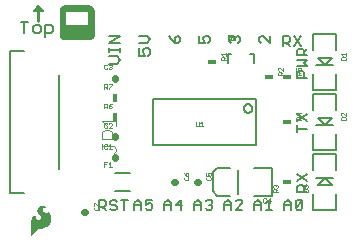
<source format=gbr>
G04 EAGLE Gerber RS-274X export*
G75*
%MOMM*%
%FSLAX34Y34*%
%LPD*%
%INSilkscreen Top*%
%IPPOS*%
%AMOC8*
5,1,8,0,0,1.08239X$1,22.5*%
G01*
%ADD10C,0.177800*%
%ADD11C,0.152400*%
%ADD12C,0.254000*%
%ADD13C,0.203200*%
%ADD14C,0.025400*%
%ADD15R,0.457200X0.762000*%
%ADD16C,0.101600*%
%ADD17C,0.558800*%
%ADD18C,0.127000*%
%ADD19R,0.762000X0.457200*%

G36*
X47092Y171847D02*
X47092Y171847D01*
X47194Y171855D01*
X47222Y171867D01*
X47253Y171872D01*
X47345Y171916D01*
X47441Y171954D01*
X47464Y171974D01*
X47492Y171987D01*
X47567Y172057D01*
X47627Y172106D01*
X47662Y172063D01*
X47688Y172046D01*
X47709Y172024D01*
X47798Y171973D01*
X47883Y171916D01*
X47907Y171910D01*
X47939Y171892D01*
X48199Y171834D01*
X48237Y171837D01*
X48260Y171832D01*
X69850Y171832D01*
X69952Y171847D01*
X70054Y171855D01*
X70082Y171867D01*
X70113Y171872D01*
X70205Y171916D01*
X70301Y171954D01*
X70324Y171974D01*
X70352Y171987D01*
X70427Y172057D01*
X70507Y172122D01*
X70524Y172148D01*
X70546Y172169D01*
X70597Y172258D01*
X70654Y172343D01*
X70660Y172367D01*
X70678Y172399D01*
X70736Y172659D01*
X70733Y172697D01*
X70738Y172720D01*
X70738Y198120D01*
X70723Y198222D01*
X70715Y198324D01*
X70703Y198352D01*
X70698Y198383D01*
X70654Y198475D01*
X70616Y198571D01*
X70596Y198594D01*
X70583Y198622D01*
X70513Y198697D01*
X70448Y198777D01*
X70422Y198794D01*
X70401Y198816D01*
X70312Y198867D01*
X70227Y198924D01*
X70203Y198930D01*
X70171Y198948D01*
X69911Y199006D01*
X69873Y199003D01*
X69850Y199008D01*
X44450Y199008D01*
X44348Y198993D01*
X44246Y198985D01*
X44218Y198973D01*
X44187Y198968D01*
X44095Y198924D01*
X43999Y198886D01*
X43976Y198866D01*
X43948Y198853D01*
X43873Y198783D01*
X43793Y198718D01*
X43776Y198692D01*
X43754Y198671D01*
X43703Y198582D01*
X43646Y198497D01*
X43640Y198473D01*
X43622Y198441D01*
X43564Y198181D01*
X43567Y198143D01*
X43562Y198120D01*
X43562Y172720D01*
X43577Y172618D01*
X43585Y172516D01*
X43597Y172488D01*
X43602Y172457D01*
X43646Y172365D01*
X43684Y172269D01*
X43704Y172246D01*
X43717Y172218D01*
X43787Y172143D01*
X43852Y172063D01*
X43878Y172046D01*
X43899Y172024D01*
X43988Y171973D01*
X44073Y171916D01*
X44097Y171910D01*
X44129Y171892D01*
X44389Y171834D01*
X44427Y171837D01*
X44450Y171832D01*
X46990Y171832D01*
X47092Y171847D01*
G37*
%LPC*%
G36*
X47878Y195962D02*
X47878Y195962D01*
X66422Y195962D01*
X66422Y183768D01*
X48260Y183768D01*
X48158Y183753D01*
X48056Y183745D01*
X48028Y183733D01*
X47997Y183728D01*
X47905Y183684D01*
X47878Y183673D01*
X47878Y195962D01*
G37*
%LPD*%
G36*
X18445Y4770D02*
X18445Y4770D01*
X18445Y4868D01*
X18944Y5366D01*
X18944Y5367D01*
X19244Y5867D01*
X19744Y6366D01*
X19744Y6367D01*
X20244Y6967D01*
X21444Y8166D01*
X21444Y8167D01*
X22044Y8867D01*
X22644Y9566D01*
X23144Y10066D01*
X23643Y10566D01*
X24143Y10866D01*
X24642Y11165D01*
X25240Y11265D01*
X27140Y11265D01*
X27141Y11265D01*
X28341Y11465D01*
X29441Y11765D01*
X29442Y11766D01*
X29442Y11765D01*
X30442Y12165D01*
X30442Y12166D01*
X30443Y12166D01*
X31443Y12766D01*
X32243Y13466D01*
X32244Y13466D01*
X33044Y14266D01*
X33044Y14267D01*
X33744Y15167D01*
X33744Y15168D01*
X34744Y16968D01*
X34745Y16969D01*
X35245Y18869D01*
X35245Y18870D01*
X35345Y20570D01*
X35345Y20571D01*
X35045Y22171D01*
X35045Y22172D01*
X34545Y23672D01*
X34544Y23672D01*
X34544Y23673D01*
X33844Y24773D01*
X33044Y25673D01*
X33043Y25673D01*
X33043Y25674D01*
X32243Y26174D01*
X32241Y26174D01*
X32241Y26175D01*
X32239Y26174D01*
X32236Y26173D01*
X32236Y26171D01*
X32235Y26170D01*
X32235Y25271D01*
X32135Y24972D01*
X32036Y24773D01*
X31737Y24474D01*
X31439Y24375D01*
X31141Y24375D01*
X30342Y24575D01*
X29942Y24774D01*
X29643Y24974D01*
X29243Y25274D01*
X28644Y25873D01*
X28444Y26173D01*
X28245Y26472D01*
X28145Y26871D01*
X28145Y27469D01*
X28245Y27768D01*
X28344Y27968D01*
X28544Y28267D01*
X28943Y28566D01*
X29342Y28765D01*
X29841Y28865D01*
X30241Y28965D01*
X30839Y28965D01*
X31038Y28866D01*
X31039Y28866D01*
X31040Y28865D01*
X31140Y28865D01*
X31141Y28866D01*
X31143Y28866D01*
X31143Y28868D01*
X31145Y28869D01*
X31143Y28871D01*
X31144Y28874D01*
X31044Y28974D01*
X31043Y28974D01*
X30643Y29274D01*
X30642Y29274D01*
X29242Y29974D01*
X29241Y29974D01*
X29241Y29975D01*
X28341Y30175D01*
X28340Y30175D01*
X27340Y30175D01*
X27339Y30175D01*
X26239Y29975D01*
X26238Y29974D01*
X25138Y29374D01*
X25137Y29374D01*
X24237Y28674D01*
X24237Y28673D01*
X24236Y28673D01*
X23736Y27873D01*
X23736Y27872D01*
X23735Y27872D01*
X23435Y26972D01*
X23435Y26971D01*
X23436Y26971D01*
X23435Y26970D01*
X23435Y26170D01*
X23436Y26169D01*
X23435Y26169D01*
X23635Y25269D01*
X23636Y25268D01*
X24136Y24368D01*
X24136Y24367D01*
X24836Y23567D01*
X25636Y22667D01*
X25636Y22666D01*
X26336Y21967D01*
X26635Y21169D01*
X26635Y20471D01*
X26436Y19873D01*
X26037Y19374D01*
X25438Y18975D01*
X24639Y18775D01*
X23840Y18775D01*
X23341Y18875D01*
X22843Y19074D01*
X22244Y19673D01*
X22045Y19972D01*
X21945Y20271D01*
X21945Y20669D01*
X22044Y20967D01*
X22643Y21566D01*
X22942Y21665D01*
X22942Y21666D01*
X23342Y21866D01*
X23343Y21867D01*
X23344Y21866D01*
X23444Y21966D01*
X23444Y21967D01*
X23444Y21969D01*
X23444Y21973D01*
X23443Y21973D01*
X23442Y21974D01*
X23042Y22174D01*
X23041Y22174D01*
X23040Y22175D01*
X21840Y22175D01*
X21839Y22175D01*
X21239Y22075D01*
X20739Y21975D01*
X20739Y21974D01*
X20738Y21975D01*
X20238Y21775D01*
X20238Y21774D01*
X20237Y21774D01*
X19837Y21474D01*
X19337Y21074D01*
X19337Y21073D01*
X19336Y21073D01*
X18736Y20073D01*
X18736Y20072D01*
X18735Y20071D01*
X18535Y19371D01*
X18435Y18571D01*
X18435Y18570D01*
X18435Y4770D01*
X18439Y4765D01*
X18445Y4770D01*
G37*
D10*
X84066Y150623D02*
X90506Y150623D01*
X93726Y153844D01*
X90506Y157064D01*
X84066Y157064D01*
X93726Y161148D02*
X93726Y164368D01*
X93726Y162758D02*
X84066Y162758D01*
X84066Y161148D02*
X84066Y164368D01*
X84066Y168164D02*
X93726Y168164D01*
X93726Y174605D02*
X84066Y168164D01*
X84066Y174605D02*
X93726Y174605D01*
X109466Y164080D02*
X109466Y157640D01*
X114296Y157640D01*
X112686Y160860D01*
X112686Y162470D01*
X114296Y164080D01*
X117516Y164080D01*
X119126Y162470D01*
X119126Y159250D01*
X117516Y157640D01*
X115906Y168164D02*
X109466Y168164D01*
X115906Y168164D02*
X119126Y171384D01*
X115906Y174605D01*
X109466Y174605D01*
X134866Y174605D02*
X136476Y171384D01*
X139696Y168164D01*
X142916Y168164D01*
X144526Y169774D01*
X144526Y172995D01*
X142916Y174605D01*
X141306Y174605D01*
X139696Y172995D01*
X139696Y168164D01*
X160266Y168164D02*
X160266Y174605D01*
X160266Y168164D02*
X165096Y168164D01*
X163486Y171384D01*
X163486Y172995D01*
X165096Y174605D01*
X168316Y174605D01*
X169926Y172995D01*
X169926Y169774D01*
X168316Y168164D01*
X185666Y169774D02*
X187276Y168164D01*
X185666Y169774D02*
X185666Y172995D01*
X187276Y174605D01*
X188886Y174605D01*
X190496Y172995D01*
X190496Y171384D01*
X190496Y172995D02*
X192106Y174605D01*
X193716Y174605D01*
X195326Y172995D01*
X195326Y169774D01*
X193716Y168164D01*
X220726Y168164D02*
X220726Y174605D01*
X214286Y174605D02*
X220726Y168164D01*
X214286Y174605D02*
X212676Y174605D01*
X211066Y172995D01*
X211066Y169774D01*
X212676Y168164D01*
D11*
X231437Y165862D02*
X231437Y174505D01*
X235759Y174505D01*
X237199Y173065D01*
X237199Y170184D01*
X235759Y168743D01*
X231437Y168743D01*
X234318Y168743D02*
X237199Y165862D01*
X246554Y165862D02*
X240792Y174505D01*
X246554Y174505D02*
X240792Y165862D01*
X75629Y35313D02*
X75629Y26670D01*
X75629Y35313D02*
X79951Y35313D01*
X81391Y33873D01*
X81391Y30992D01*
X79951Y29551D01*
X75629Y29551D01*
X78510Y29551D02*
X81391Y26670D01*
X89306Y35313D02*
X90747Y33873D01*
X89306Y35313D02*
X86425Y35313D01*
X84984Y33873D01*
X84984Y32432D01*
X86425Y30992D01*
X89306Y30992D01*
X90747Y29551D01*
X90747Y28111D01*
X89306Y26670D01*
X86425Y26670D01*
X84984Y28111D01*
X97221Y26670D02*
X97221Y35313D01*
X94340Y35313D02*
X100102Y35313D01*
X105707Y32940D02*
X105707Y27178D01*
X105707Y32940D02*
X108588Y35821D01*
X111469Y32940D01*
X111469Y27178D01*
X111469Y31500D02*
X105707Y31500D01*
X115062Y35821D02*
X120824Y35821D01*
X115062Y35821D02*
X115062Y31500D01*
X117943Y32940D01*
X119384Y32940D01*
X120824Y31500D01*
X120824Y28619D01*
X119384Y27178D01*
X116503Y27178D01*
X115062Y28619D01*
X131107Y27178D02*
X131107Y32940D01*
X133988Y35821D01*
X136869Y32940D01*
X136869Y27178D01*
X136869Y31500D02*
X131107Y31500D01*
X144784Y27178D02*
X144784Y35821D01*
X140462Y31500D01*
X146224Y31500D01*
X156507Y32940D02*
X156507Y27178D01*
X156507Y32940D02*
X159388Y35821D01*
X162269Y32940D01*
X162269Y27178D01*
X162269Y31500D02*
X156507Y31500D01*
X165862Y34381D02*
X167303Y35821D01*
X170184Y35821D01*
X171624Y34381D01*
X171624Y32940D01*
X170184Y31500D01*
X168743Y31500D01*
X170184Y31500D02*
X171624Y30059D01*
X171624Y28619D01*
X170184Y27178D01*
X167303Y27178D01*
X165862Y28619D01*
X181907Y27178D02*
X181907Y32940D01*
X184788Y35821D01*
X187669Y32940D01*
X187669Y27178D01*
X187669Y31500D02*
X181907Y31500D01*
X191262Y27178D02*
X197024Y27178D01*
X191262Y27178D02*
X197024Y32940D01*
X197024Y34381D01*
X195584Y35821D01*
X192703Y35821D01*
X191262Y34381D01*
X207307Y32940D02*
X207307Y27178D01*
X207307Y32940D02*
X210188Y35821D01*
X213069Y32940D01*
X213069Y27178D01*
X213069Y31500D02*
X207307Y31500D01*
X216662Y32940D02*
X219543Y35821D01*
X219543Y27178D01*
X216662Y27178D02*
X222424Y27178D01*
X232707Y27178D02*
X232707Y32940D01*
X235588Y35821D01*
X238469Y32940D01*
X238469Y27178D01*
X238469Y31500D02*
X232707Y31500D01*
X242062Y28619D02*
X242062Y34381D01*
X243503Y35821D01*
X246384Y35821D01*
X247824Y34381D01*
X247824Y28619D01*
X246384Y27178D01*
X243503Y27178D01*
X242062Y28619D01*
X247824Y34381D01*
X251968Y139129D02*
X243325Y139129D01*
X243325Y143451D01*
X244765Y144891D01*
X247646Y144891D01*
X249087Y143451D01*
X249087Y139129D01*
X251968Y148484D02*
X243325Y148484D01*
X249087Y151366D02*
X251968Y148484D01*
X249087Y151366D02*
X251968Y154247D01*
X243325Y154247D01*
X243325Y157840D02*
X251968Y157840D01*
X243325Y157840D02*
X243325Y162161D01*
X244765Y163602D01*
X247646Y163602D01*
X249087Y162161D01*
X249087Y157840D01*
X249087Y160721D02*
X251968Y163602D01*
X251968Y42207D02*
X243325Y42207D01*
X243325Y46529D01*
X244765Y47969D01*
X247646Y47969D01*
X249087Y46529D01*
X249087Y42207D01*
X249087Y45088D02*
X251968Y47969D01*
X251968Y57324D02*
X243325Y51562D01*
X243325Y57324D02*
X251968Y51562D01*
X251968Y95888D02*
X243325Y95888D01*
X243325Y93007D02*
X243325Y98769D01*
X243325Y102362D02*
X251968Y108124D01*
X251968Y102362D02*
X243325Y108124D01*
D10*
X47290Y171450D02*
X47163Y171452D01*
X47037Y171458D01*
X46911Y171468D01*
X46785Y171481D01*
X46660Y171499D01*
X46535Y171520D01*
X46411Y171545D01*
X46288Y171574D01*
X46165Y171607D01*
X46044Y171643D01*
X45924Y171684D01*
X45805Y171728D01*
X45688Y171775D01*
X45572Y171826D01*
X45458Y171881D01*
X45346Y171939D01*
X45235Y172001D01*
X45126Y172066D01*
X45020Y172134D01*
X44915Y172205D01*
X44813Y172280D01*
X44713Y172358D01*
X44616Y172439D01*
X44521Y172523D01*
X44429Y172609D01*
X44339Y172699D01*
X44253Y172791D01*
X44169Y172886D01*
X44088Y172983D01*
X44010Y173083D01*
X43935Y173185D01*
X43864Y173290D01*
X43796Y173396D01*
X43731Y173505D01*
X43669Y173616D01*
X43611Y173728D01*
X43556Y173842D01*
X43505Y173958D01*
X43458Y174075D01*
X43414Y174194D01*
X43373Y174314D01*
X43337Y174435D01*
X43304Y174558D01*
X43275Y174681D01*
X43250Y174805D01*
X43229Y174930D01*
X43211Y175055D01*
X43198Y175181D01*
X43188Y175307D01*
X43182Y175433D01*
X43180Y175560D01*
X47290Y171450D02*
X67010Y171450D01*
X67137Y171452D01*
X67263Y171458D01*
X67389Y171468D01*
X67515Y171481D01*
X67640Y171499D01*
X67765Y171520D01*
X67889Y171545D01*
X68012Y171574D01*
X68135Y171607D01*
X68256Y171643D01*
X68376Y171684D01*
X68495Y171728D01*
X68612Y171775D01*
X68728Y171826D01*
X68842Y171881D01*
X68954Y171939D01*
X69065Y172001D01*
X69174Y172066D01*
X69280Y172134D01*
X69385Y172205D01*
X69487Y172280D01*
X69587Y172358D01*
X69684Y172439D01*
X69779Y172523D01*
X69871Y172609D01*
X69961Y172699D01*
X70047Y172791D01*
X70131Y172886D01*
X70212Y172983D01*
X70290Y173083D01*
X70365Y173185D01*
X70436Y173290D01*
X70504Y173396D01*
X70569Y173505D01*
X70631Y173616D01*
X70689Y173728D01*
X70744Y173842D01*
X70795Y173958D01*
X70842Y174075D01*
X70886Y174194D01*
X70927Y174314D01*
X70963Y174435D01*
X70996Y174558D01*
X71025Y174681D01*
X71050Y174805D01*
X71071Y174930D01*
X71089Y175055D01*
X71102Y175181D01*
X71112Y175307D01*
X71118Y175433D01*
X71120Y175560D01*
X46990Y181610D02*
X46990Y195580D01*
X46990Y181610D02*
X67310Y181610D01*
X67310Y195580D01*
X46990Y195580D01*
X43180Y195280D02*
X43180Y175560D01*
X43180Y195280D02*
X43182Y195407D01*
X43188Y195533D01*
X43198Y195659D01*
X43211Y195785D01*
X43229Y195910D01*
X43250Y196035D01*
X43275Y196159D01*
X43304Y196282D01*
X43337Y196405D01*
X43373Y196526D01*
X43414Y196646D01*
X43458Y196765D01*
X43505Y196882D01*
X43556Y196998D01*
X43611Y197112D01*
X43669Y197224D01*
X43731Y197335D01*
X43796Y197444D01*
X43864Y197550D01*
X43935Y197655D01*
X44010Y197757D01*
X44088Y197857D01*
X44169Y197954D01*
X44253Y198049D01*
X44339Y198141D01*
X44429Y198231D01*
X44521Y198317D01*
X44616Y198401D01*
X44713Y198482D01*
X44813Y198560D01*
X44915Y198635D01*
X45020Y198706D01*
X45126Y198774D01*
X45235Y198839D01*
X45346Y198901D01*
X45458Y198959D01*
X45572Y199014D01*
X45688Y199065D01*
X45805Y199112D01*
X45924Y199156D01*
X46044Y199197D01*
X46165Y199233D01*
X46288Y199266D01*
X46411Y199295D01*
X46535Y199320D01*
X46660Y199341D01*
X46785Y199359D01*
X46911Y199372D01*
X47037Y199382D01*
X47163Y199388D01*
X47290Y199390D01*
X67010Y199390D01*
X67137Y199388D01*
X67263Y199382D01*
X67389Y199372D01*
X67515Y199359D01*
X67640Y199341D01*
X67765Y199320D01*
X67889Y199295D01*
X68012Y199266D01*
X68135Y199233D01*
X68256Y199197D01*
X68376Y199156D01*
X68495Y199112D01*
X68612Y199065D01*
X68728Y199014D01*
X68842Y198959D01*
X68954Y198901D01*
X69065Y198839D01*
X69174Y198774D01*
X69280Y198706D01*
X69385Y198635D01*
X69487Y198560D01*
X69587Y198482D01*
X69684Y198401D01*
X69779Y198317D01*
X69871Y198231D01*
X69961Y198141D01*
X70047Y198049D01*
X70131Y197954D01*
X70212Y197857D01*
X70290Y197757D01*
X70365Y197655D01*
X70436Y197550D01*
X70504Y197444D01*
X70569Y197335D01*
X70631Y197224D01*
X70689Y197112D01*
X70744Y196998D01*
X70795Y196882D01*
X70842Y196765D01*
X70886Y196646D01*
X70927Y196526D01*
X70963Y196405D01*
X70996Y196282D01*
X71025Y196159D01*
X71050Y196035D01*
X71071Y195910D01*
X71089Y195785D01*
X71102Y195659D01*
X71112Y195533D01*
X71118Y195407D01*
X71120Y195280D01*
X71120Y175560D01*
X12452Y176784D02*
X12452Y186444D01*
X9232Y186444D02*
X15672Y186444D01*
X21367Y176784D02*
X24587Y176784D01*
X26197Y178394D01*
X26197Y181614D01*
X24587Y183224D01*
X21367Y183224D01*
X19757Y181614D01*
X19757Y178394D01*
X21367Y176784D01*
X30281Y173564D02*
X30281Y183224D01*
X35111Y183224D01*
X36721Y181614D01*
X36721Y178394D01*
X35111Y176784D01*
X30281Y176784D01*
D12*
X24130Y186690D02*
X24130Y198120D01*
D10*
X24130Y199390D02*
X20320Y195580D01*
X27940Y195580D01*
X24130Y199390D01*
X22860Y196850D02*
X25400Y196850D01*
D13*
X121793Y121158D02*
X208407Y121158D01*
X121793Y121158D02*
X121793Y82042D01*
X208407Y82042D01*
X208407Y121158D01*
X198338Y113030D02*
X198340Y113149D01*
X198346Y113269D01*
X198356Y113388D01*
X198370Y113506D01*
X198388Y113624D01*
X198409Y113742D01*
X198435Y113858D01*
X198464Y113974D01*
X198498Y114089D01*
X198535Y114202D01*
X198576Y114314D01*
X198620Y114425D01*
X198668Y114535D01*
X198720Y114642D01*
X198775Y114748D01*
X198834Y114852D01*
X198897Y114954D01*
X198962Y115053D01*
X199031Y115151D01*
X199103Y115246D01*
X199178Y115339D01*
X199257Y115429D01*
X199338Y115517D01*
X199422Y115601D01*
X199509Y115683D01*
X199598Y115762D01*
X199690Y115838D01*
X199785Y115911D01*
X199882Y115981D01*
X199981Y116047D01*
X200083Y116110D01*
X200186Y116170D01*
X200291Y116226D01*
X200398Y116279D01*
X200507Y116328D01*
X200618Y116374D01*
X200730Y116415D01*
X200843Y116453D01*
X200957Y116488D01*
X201073Y116518D01*
X201189Y116545D01*
X201306Y116567D01*
X201424Y116586D01*
X201543Y116601D01*
X201662Y116612D01*
X201781Y116619D01*
X201900Y116622D01*
X202020Y116621D01*
X202139Y116616D01*
X202258Y116607D01*
X202377Y116594D01*
X202495Y116577D01*
X202612Y116557D01*
X202729Y116532D01*
X202845Y116503D01*
X202960Y116471D01*
X203074Y116435D01*
X203187Y116395D01*
X203298Y116351D01*
X203407Y116304D01*
X203515Y116253D01*
X203622Y116199D01*
X203726Y116141D01*
X203828Y116079D01*
X203929Y116015D01*
X204027Y115946D01*
X204123Y115875D01*
X204216Y115801D01*
X204307Y115723D01*
X204395Y115643D01*
X204480Y115559D01*
X204563Y115473D01*
X204643Y115384D01*
X204720Y115293D01*
X204793Y115199D01*
X204864Y115102D01*
X204931Y115004D01*
X204995Y114903D01*
X205056Y114800D01*
X205113Y114695D01*
X205166Y114589D01*
X205216Y114480D01*
X205263Y114370D01*
X205305Y114259D01*
X205344Y114146D01*
X205380Y114032D01*
X205411Y113916D01*
X205438Y113800D01*
X205462Y113683D01*
X205482Y113565D01*
X205498Y113447D01*
X205510Y113328D01*
X205518Y113209D01*
X205522Y113090D01*
X205522Y112970D01*
X205518Y112851D01*
X205510Y112732D01*
X205498Y112613D01*
X205482Y112495D01*
X205462Y112377D01*
X205438Y112260D01*
X205411Y112144D01*
X205380Y112028D01*
X205344Y111914D01*
X205305Y111801D01*
X205263Y111690D01*
X205216Y111580D01*
X205166Y111471D01*
X205113Y111365D01*
X205056Y111260D01*
X204995Y111157D01*
X204931Y111056D01*
X204864Y110958D01*
X204793Y110861D01*
X204720Y110767D01*
X204643Y110676D01*
X204563Y110587D01*
X204480Y110501D01*
X204395Y110417D01*
X204307Y110337D01*
X204216Y110259D01*
X204123Y110185D01*
X204027Y110114D01*
X203929Y110045D01*
X203828Y109981D01*
X203726Y109919D01*
X203622Y109861D01*
X203515Y109807D01*
X203407Y109756D01*
X203298Y109709D01*
X203187Y109665D01*
X203074Y109625D01*
X202960Y109589D01*
X202845Y109557D01*
X202729Y109528D01*
X202612Y109503D01*
X202495Y109483D01*
X202377Y109466D01*
X202258Y109453D01*
X202139Y109444D01*
X202020Y109439D01*
X201900Y109438D01*
X201781Y109441D01*
X201662Y109448D01*
X201543Y109459D01*
X201424Y109474D01*
X201306Y109493D01*
X201189Y109515D01*
X201073Y109542D01*
X200957Y109572D01*
X200843Y109607D01*
X200730Y109645D01*
X200618Y109686D01*
X200507Y109732D01*
X200398Y109781D01*
X200291Y109834D01*
X200186Y109890D01*
X200083Y109950D01*
X199981Y110013D01*
X199882Y110079D01*
X199785Y110149D01*
X199690Y110222D01*
X199598Y110298D01*
X199509Y110377D01*
X199422Y110459D01*
X199338Y110543D01*
X199257Y110631D01*
X199178Y110721D01*
X199103Y110814D01*
X199031Y110909D01*
X198962Y111007D01*
X198897Y111106D01*
X198834Y111208D01*
X198775Y111312D01*
X198720Y111418D01*
X198668Y111525D01*
X198620Y111635D01*
X198576Y111746D01*
X198535Y111858D01*
X198498Y111971D01*
X198464Y112086D01*
X198435Y112202D01*
X198409Y112318D01*
X198388Y112436D01*
X198370Y112554D01*
X198356Y112672D01*
X198346Y112791D01*
X198340Y112911D01*
X198338Y113030D01*
D14*
X157743Y101476D02*
X157743Y98299D01*
X158378Y97663D01*
X159649Y97663D01*
X160285Y98299D01*
X160285Y101476D01*
X161485Y100205D02*
X162756Y101476D01*
X162756Y97663D01*
X161485Y97663D02*
X164027Y97663D01*
D15*
X88900Y105410D03*
D14*
X80137Y113157D02*
X80137Y116970D01*
X82044Y116970D01*
X82679Y116335D01*
X82679Y115064D01*
X82044Y114428D01*
X80137Y114428D01*
X81408Y114428D02*
X82679Y113157D01*
X85150Y116335D02*
X86421Y116970D01*
X85150Y116335D02*
X83879Y115064D01*
X83879Y113793D01*
X84515Y113157D01*
X85786Y113157D01*
X86421Y113793D01*
X86421Y114428D01*
X85786Y115064D01*
X83879Y115064D01*
D15*
X88900Y121920D03*
D14*
X80137Y129667D02*
X80137Y133480D01*
X82044Y133480D01*
X82679Y132845D01*
X82679Y131574D01*
X82044Y130938D01*
X80137Y130938D01*
X81408Y130938D02*
X82679Y129667D01*
X83879Y133480D02*
X86421Y133480D01*
X86421Y132845D01*
X83879Y130303D01*
X83879Y129667D01*
D13*
X184580Y159400D02*
X187580Y159400D01*
X184580Y159400D02*
X184580Y151400D01*
X203580Y159400D02*
X206580Y159400D01*
X206580Y151400D01*
D14*
X184452Y171943D02*
X184452Y174485D01*
X185088Y175120D01*
X186359Y175120D01*
X186994Y174485D01*
X186994Y171943D01*
X186359Y171307D01*
X185088Y171307D01*
X184452Y171943D01*
X185723Y172578D02*
X186994Y171307D01*
X188194Y173849D02*
X189465Y175120D01*
X189465Y171307D01*
X188194Y171307D02*
X190736Y171307D01*
D13*
X0Y161600D02*
X0Y41600D01*
X0Y161600D02*
X12200Y161600D01*
X12200Y41600D02*
X0Y41600D01*
X42200Y61600D02*
X42200Y141600D01*
D16*
X90192Y77057D02*
X88243Y75108D01*
X90192Y77057D02*
X90192Y79006D01*
X88243Y80955D01*
X78498Y80955D01*
X78498Y79006D02*
X78498Y82904D01*
X78498Y86802D02*
X90192Y86802D01*
X78498Y86802D02*
X78498Y92649D01*
X80447Y94598D01*
X84345Y94598D01*
X86294Y92649D01*
X86294Y86802D01*
X82396Y98496D02*
X78498Y102394D01*
X90192Y102394D01*
X90192Y98496D02*
X90192Y106292D01*
D17*
X63805Y25400D02*
X63195Y25400D01*
D14*
X71244Y28839D02*
X71879Y29475D01*
X71244Y28839D02*
X71244Y27568D01*
X71879Y26933D01*
X74421Y26933D01*
X75057Y27568D01*
X75057Y28839D01*
X74421Y29475D01*
X71244Y30675D02*
X71244Y33217D01*
X71879Y33217D01*
X74421Y30675D01*
X75057Y30675D01*
D17*
X139395Y50800D02*
X140005Y50800D01*
D14*
X147444Y54239D02*
X148079Y54875D01*
X147444Y54239D02*
X147444Y52968D01*
X148079Y52333D01*
X150621Y52333D01*
X151257Y52968D01*
X151257Y54239D01*
X150621Y54875D01*
X148079Y57346D02*
X147444Y58617D01*
X148079Y57346D02*
X149350Y56075D01*
X150621Y56075D01*
X151257Y56710D01*
X151257Y57982D01*
X150621Y58617D01*
X149986Y58617D01*
X149350Y57982D01*
X149350Y56075D01*
D17*
X158445Y50800D02*
X159055Y50800D01*
D14*
X166494Y54239D02*
X167129Y54875D01*
X166494Y54239D02*
X166494Y52968D01*
X167129Y52333D01*
X169671Y52333D01*
X170307Y52968D01*
X170307Y54239D01*
X169671Y54875D01*
X166494Y56075D02*
X166494Y58617D01*
X166494Y56075D02*
X168400Y56075D01*
X167765Y57346D01*
X167765Y57982D01*
X168400Y58617D01*
X169671Y58617D01*
X170307Y57982D01*
X170307Y56710D01*
X169671Y56075D01*
D17*
X88900Y70815D02*
X88900Y71425D01*
D14*
X82679Y82045D02*
X82044Y82680D01*
X80773Y82680D01*
X80137Y82045D01*
X80137Y79503D01*
X80773Y78867D01*
X82044Y78867D01*
X82679Y79503D01*
X83879Y81409D02*
X85150Y82680D01*
X85150Y78867D01*
X83879Y78867D02*
X86421Y78867D01*
D17*
X88900Y88595D02*
X88900Y89205D01*
D14*
X82679Y99825D02*
X82044Y100460D01*
X80773Y100460D01*
X80137Y99825D01*
X80137Y97283D01*
X80773Y96647D01*
X82044Y96647D01*
X82679Y97283D01*
X83879Y96647D02*
X86421Y96647D01*
X83879Y96647D02*
X86421Y99189D01*
X86421Y99825D01*
X85786Y100460D01*
X84515Y100460D01*
X83879Y99825D01*
D17*
X88900Y138125D02*
X88900Y138735D01*
D14*
X82679Y149355D02*
X82044Y149990D01*
X80773Y149990D01*
X80137Y149355D01*
X80137Y146813D01*
X80773Y146177D01*
X82044Y146177D01*
X82679Y146813D01*
X83879Y149355D02*
X84515Y149990D01*
X85786Y149990D01*
X86421Y149355D01*
X86421Y148719D01*
X85786Y148084D01*
X85150Y148084D01*
X85786Y148084D02*
X86421Y147448D01*
X86421Y146813D01*
X85786Y146177D01*
X84515Y146177D01*
X83879Y146813D01*
D13*
X206850Y62800D02*
X221850Y62800D01*
X221850Y38800D01*
X206850Y38800D01*
X186850Y62800D02*
X175850Y62800D01*
X171850Y58800D01*
X171850Y42800D01*
X175850Y38800D01*
X186850Y38800D01*
D18*
X193040Y40640D02*
X193040Y60960D01*
D14*
X216799Y36866D02*
X217435Y36231D01*
X216799Y36866D02*
X215528Y36866D01*
X214893Y36231D01*
X214893Y33689D01*
X215528Y33053D01*
X216799Y33053D01*
X217435Y33689D01*
X220542Y33053D02*
X220542Y36866D01*
X218635Y34960D01*
X221177Y34960D01*
D19*
X171450Y152400D03*
D14*
X179194Y153933D02*
X183007Y153933D01*
X179194Y153933D02*
X179194Y155839D01*
X179829Y156475D01*
X181100Y156475D01*
X181736Y155839D01*
X181736Y153933D01*
X181736Y155204D02*
X183007Y156475D01*
X180465Y157675D02*
X179194Y158946D01*
X183007Y158946D01*
X183007Y157675D02*
X183007Y160217D01*
D19*
X219710Y139700D03*
D14*
X227454Y141233D02*
X231267Y141233D01*
X227454Y141233D02*
X227454Y143139D01*
X228089Y143775D01*
X229360Y143775D01*
X229996Y143139D01*
X229996Y141233D01*
X229996Y142504D02*
X231267Y143775D01*
X231267Y144975D02*
X231267Y147517D01*
X231267Y144975D02*
X228725Y147517D01*
X228089Y147517D01*
X227454Y146882D01*
X227454Y145610D01*
X228089Y144975D01*
D19*
X234950Y50800D03*
D14*
X227203Y42037D02*
X223390Y42037D01*
X223390Y43944D01*
X224025Y44579D01*
X225296Y44579D01*
X225932Y43944D01*
X225932Y42037D01*
X225932Y43308D02*
X227203Y44579D01*
X224025Y45779D02*
X223390Y46415D01*
X223390Y47686D01*
X224025Y48321D01*
X224661Y48321D01*
X225296Y47686D01*
X225296Y47050D01*
X225296Y47686D02*
X225932Y48321D01*
X226567Y48321D01*
X227203Y47686D01*
X227203Y46415D01*
X226567Y45779D01*
D19*
X234950Y101600D03*
D14*
X242694Y103133D02*
X246507Y103133D01*
X242694Y103133D02*
X242694Y105039D01*
X243329Y105675D01*
X244600Y105675D01*
X245236Y105039D01*
X245236Y103133D01*
X245236Y104404D02*
X246507Y105675D01*
X246507Y108782D02*
X242694Y108782D01*
X244600Y106875D01*
X244600Y109417D01*
D19*
X234950Y139700D03*
D14*
X242694Y141233D02*
X246507Y141233D01*
X242694Y141233D02*
X242694Y143139D01*
X243329Y143775D01*
X244600Y143775D01*
X245236Y143139D01*
X245236Y141233D01*
X245236Y142504D02*
X246507Y143775D01*
X242694Y144975D02*
X242694Y147517D01*
X242694Y144975D02*
X244600Y144975D01*
X243965Y146246D01*
X243965Y146882D01*
X244600Y147517D01*
X245871Y147517D01*
X246507Y146882D01*
X246507Y145610D01*
X245871Y144975D01*
D13*
X276700Y162400D02*
X276700Y176400D01*
X256700Y176400D01*
X256700Y162400D01*
X276700Y142400D02*
X276700Y128400D01*
X256700Y128400D01*
X256700Y142400D01*
X266700Y149400D02*
X273700Y149400D01*
X266700Y149400D02*
X259700Y149400D01*
X266700Y149400D02*
X272700Y155400D01*
X260700Y155400D01*
X266700Y149400D01*
D14*
X280794Y153933D02*
X284607Y153933D01*
X284607Y155839D01*
X283971Y156475D01*
X281429Y156475D01*
X280794Y155839D01*
X280794Y153933D01*
X282065Y157675D02*
X280794Y158946D01*
X284607Y158946D01*
X284607Y157675D02*
X284607Y160217D01*
D13*
X276700Y125600D02*
X276700Y111600D01*
X276700Y125600D02*
X256700Y125600D01*
X256700Y111600D01*
X276700Y91600D02*
X276700Y77600D01*
X256700Y77600D01*
X256700Y91600D01*
X266700Y98600D02*
X273700Y98600D01*
X266700Y98600D02*
X259700Y98600D01*
X266700Y98600D02*
X272700Y104600D01*
X260700Y104600D01*
X266700Y98600D01*
D14*
X280794Y103133D02*
X284607Y103133D01*
X284607Y105039D01*
X283971Y105675D01*
X281429Y105675D01*
X280794Y105039D01*
X280794Y103133D01*
X284607Y106875D02*
X284607Y109417D01*
X284607Y106875D02*
X282065Y109417D01*
X281429Y109417D01*
X280794Y108782D01*
X280794Y107510D01*
X281429Y106875D01*
D13*
X256700Y40800D02*
X256700Y26800D01*
X276700Y26800D01*
X276700Y40800D01*
X256700Y60800D02*
X256700Y74800D01*
X276700Y74800D01*
X276700Y60800D01*
X266700Y53800D02*
X259700Y53800D01*
X266700Y53800D02*
X273700Y53800D01*
X266700Y53800D02*
X260700Y47800D01*
X272700Y47800D01*
X266700Y53800D01*
D14*
X252603Y42037D02*
X248790Y42037D01*
X252603Y42037D02*
X252603Y43944D01*
X251967Y44579D01*
X249425Y44579D01*
X248790Y43944D01*
X248790Y42037D01*
X249425Y45779D02*
X248790Y46415D01*
X248790Y47686D01*
X249425Y48321D01*
X250061Y48321D01*
X250696Y47686D01*
X250696Y47050D01*
X250696Y47686D02*
X251332Y48321D01*
X251967Y48321D01*
X252603Y47686D01*
X252603Y46415D01*
X251967Y45779D01*
D13*
X101600Y43180D02*
X88900Y43180D01*
X88900Y58420D02*
X101600Y58420D01*
D14*
X80137Y63627D02*
X80137Y67440D01*
X82679Y67440D01*
X81408Y65534D02*
X80137Y65534D01*
X83879Y66169D02*
X85150Y67440D01*
X85150Y63627D01*
X83879Y63627D02*
X86421Y63627D01*
M02*

</source>
